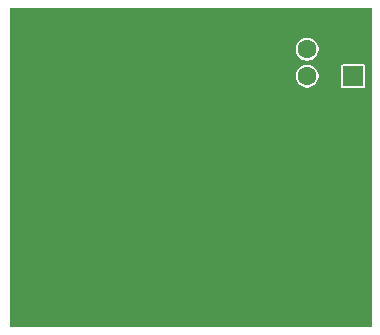
<source format=gbr>
%TF.GenerationSoftware,KiCad,Pcbnew,(5.1.8)-1*%
%TF.CreationDate,2020-12-30T02:41:06+02:00*%
%TF.ProjectId,LNA_434_MHz,4c4e415f-3433-4345-9f4d-487a2e6b6963,rev?*%
%TF.SameCoordinates,Original*%
%TF.FileFunction,Copper,L2,Bot*%
%TF.FilePolarity,Positive*%
%FSLAX46Y46*%
G04 Gerber Fmt 4.6, Leading zero omitted, Abs format (unit mm)*
G04 Created by KiCad (PCBNEW (5.1.8)-1) date 2020-12-30 02:41:06*
%MOMM*%
%LPD*%
G01*
G04 APERTURE LIST*
%TA.AperFunction,SMDPad,CuDef*%
%ADD10R,5.080000X1.500000*%
%TD*%
%TA.AperFunction,ComponentPad*%
%ADD11R,1.700000X1.700000*%
%TD*%
%TA.AperFunction,ComponentPad*%
%ADD12O,1.700000X1.700000*%
%TD*%
%TA.AperFunction,ViaPad*%
%ADD13C,0.800000*%
%TD*%
%TA.AperFunction,ViaPad*%
%ADD14C,1.600000*%
%TD*%
%TA.AperFunction,Conductor*%
%ADD15C,0.025400*%
%TD*%
%TA.AperFunction,Conductor*%
%ADD16C,0.100000*%
%TD*%
G04 APERTURE END LIST*
D10*
%TO.P,J3,2*%
%TO.N,GNDREF*%
X130675000Y-132425000D03*
X130675000Y-140925000D03*
%TD*%
%TO.P,J1,2*%
%TO.N,GNDREF*%
X105170000Y-128920000D03*
X105170000Y-137420000D03*
%TD*%
D11*
%TO.P,J2,1*%
%TO.N,Net-(C5-Pad1)*%
X131670000Y-122950000D03*
D12*
%TO.P,J2,2*%
%TO.N,GNDREF*%
X131670000Y-120410000D03*
%TD*%
D13*
%TO.N,GNDREF*%
X114690000Y-135750000D03*
X115690000Y-136700000D03*
X118000000Y-133200000D03*
X103670000Y-139010000D03*
X106620000Y-139010000D03*
X103630000Y-127320000D03*
X106580000Y-127320000D03*
X132050000Y-142550000D03*
X132050000Y-130820000D03*
X129100000Y-142550000D03*
D14*
X118200000Y-122570000D03*
D13*
X129100000Y-130800000D03*
X111100000Y-128525000D03*
X116050000Y-122400000D03*
X123200000Y-129500000D03*
X119000000Y-134150000D03*
X121625000Y-129500000D03*
X111100000Y-130125000D03*
X114025000Y-122375000D03*
X105125000Y-127325000D03*
X105150000Y-139025000D03*
X130625000Y-142550000D03*
X130600000Y-130825000D03*
D14*
%TO.N,Net-(C5-Pad1)*%
X127775000Y-122945000D03*
%TO.N,Net-(Q1-Pad2)*%
X127775000Y-120670000D03*
%TD*%
D15*
%TO.N,GNDREF*%
X133212300Y-144162300D02*
X102637700Y-144162300D01*
X102637700Y-122845258D01*
X126762300Y-122845258D01*
X126762300Y-123044742D01*
X126801218Y-123240394D01*
X126877557Y-123424693D01*
X126988385Y-123590559D01*
X127129441Y-123731615D01*
X127295307Y-123842443D01*
X127479606Y-123918782D01*
X127675258Y-123957700D01*
X127874742Y-123957700D01*
X128070394Y-123918782D01*
X128254693Y-123842443D01*
X128420559Y-123731615D01*
X128561615Y-123590559D01*
X128672443Y-123424693D01*
X128748782Y-123240394D01*
X128787700Y-123044742D01*
X128787700Y-122845258D01*
X128748782Y-122649606D01*
X128672443Y-122465307D01*
X128561615Y-122299441D01*
X128420559Y-122158385D01*
X128333180Y-122100000D01*
X130606271Y-122100000D01*
X130606271Y-123800000D01*
X130610378Y-123841696D01*
X130622540Y-123881791D01*
X130642291Y-123918741D01*
X130668871Y-123951129D01*
X130701259Y-123977709D01*
X130738209Y-123997460D01*
X130778304Y-124009622D01*
X130820000Y-124013729D01*
X132520000Y-124013729D01*
X132561696Y-124009622D01*
X132601791Y-123997460D01*
X132638741Y-123977709D01*
X132671129Y-123951129D01*
X132697709Y-123918741D01*
X132717460Y-123881791D01*
X132729622Y-123841696D01*
X132733729Y-123800000D01*
X132733729Y-122100000D01*
X132729622Y-122058304D01*
X132717460Y-122018209D01*
X132697709Y-121981259D01*
X132671129Y-121948871D01*
X132638741Y-121922291D01*
X132601791Y-121902540D01*
X132561696Y-121890378D01*
X132520000Y-121886271D01*
X130820000Y-121886271D01*
X130778304Y-121890378D01*
X130738209Y-121902540D01*
X130701259Y-121922291D01*
X130668871Y-121948871D01*
X130642291Y-121981259D01*
X130622540Y-122018209D01*
X130610378Y-122058304D01*
X130606271Y-122100000D01*
X128333180Y-122100000D01*
X128254693Y-122047557D01*
X128070394Y-121971218D01*
X127874742Y-121932300D01*
X127675258Y-121932300D01*
X127479606Y-121971218D01*
X127295307Y-122047557D01*
X127129441Y-122158385D01*
X126988385Y-122299441D01*
X126877557Y-122465307D01*
X126801218Y-122649606D01*
X126762300Y-122845258D01*
X102637700Y-122845258D01*
X102637700Y-120570258D01*
X126762300Y-120570258D01*
X126762300Y-120769742D01*
X126801218Y-120965394D01*
X126877557Y-121149693D01*
X126988385Y-121315559D01*
X127129441Y-121456615D01*
X127295307Y-121567443D01*
X127479606Y-121643782D01*
X127675258Y-121682700D01*
X127874742Y-121682700D01*
X128070394Y-121643782D01*
X128254693Y-121567443D01*
X128420559Y-121456615D01*
X128561615Y-121315559D01*
X128672443Y-121149693D01*
X128748782Y-120965394D01*
X128787700Y-120769742D01*
X128787700Y-120570258D01*
X128748782Y-120374606D01*
X128672443Y-120190307D01*
X128561615Y-120024441D01*
X128420559Y-119883385D01*
X128254693Y-119772557D01*
X128070394Y-119696218D01*
X127874742Y-119657300D01*
X127675258Y-119657300D01*
X127479606Y-119696218D01*
X127295307Y-119772557D01*
X127129441Y-119883385D01*
X126988385Y-120024441D01*
X126877557Y-120190307D01*
X126801218Y-120374606D01*
X126762300Y-120570258D01*
X102637700Y-120570258D01*
X102637700Y-117237700D01*
X133212301Y-117237700D01*
X133212300Y-144162300D01*
%TA.AperFunction,Conductor*%
D16*
G36*
X133212300Y-144162300D02*
G01*
X102637700Y-144162300D01*
X102637700Y-122845258D01*
X126762300Y-122845258D01*
X126762300Y-123044742D01*
X126801218Y-123240394D01*
X126877557Y-123424693D01*
X126988385Y-123590559D01*
X127129441Y-123731615D01*
X127295307Y-123842443D01*
X127479606Y-123918782D01*
X127675258Y-123957700D01*
X127874742Y-123957700D01*
X128070394Y-123918782D01*
X128254693Y-123842443D01*
X128420559Y-123731615D01*
X128561615Y-123590559D01*
X128672443Y-123424693D01*
X128748782Y-123240394D01*
X128787700Y-123044742D01*
X128787700Y-122845258D01*
X128748782Y-122649606D01*
X128672443Y-122465307D01*
X128561615Y-122299441D01*
X128420559Y-122158385D01*
X128333180Y-122100000D01*
X130606271Y-122100000D01*
X130606271Y-123800000D01*
X130610378Y-123841696D01*
X130622540Y-123881791D01*
X130642291Y-123918741D01*
X130668871Y-123951129D01*
X130701259Y-123977709D01*
X130738209Y-123997460D01*
X130778304Y-124009622D01*
X130820000Y-124013729D01*
X132520000Y-124013729D01*
X132561696Y-124009622D01*
X132601791Y-123997460D01*
X132638741Y-123977709D01*
X132671129Y-123951129D01*
X132697709Y-123918741D01*
X132717460Y-123881791D01*
X132729622Y-123841696D01*
X132733729Y-123800000D01*
X132733729Y-122100000D01*
X132729622Y-122058304D01*
X132717460Y-122018209D01*
X132697709Y-121981259D01*
X132671129Y-121948871D01*
X132638741Y-121922291D01*
X132601791Y-121902540D01*
X132561696Y-121890378D01*
X132520000Y-121886271D01*
X130820000Y-121886271D01*
X130778304Y-121890378D01*
X130738209Y-121902540D01*
X130701259Y-121922291D01*
X130668871Y-121948871D01*
X130642291Y-121981259D01*
X130622540Y-122018209D01*
X130610378Y-122058304D01*
X130606271Y-122100000D01*
X128333180Y-122100000D01*
X128254693Y-122047557D01*
X128070394Y-121971218D01*
X127874742Y-121932300D01*
X127675258Y-121932300D01*
X127479606Y-121971218D01*
X127295307Y-122047557D01*
X127129441Y-122158385D01*
X126988385Y-122299441D01*
X126877557Y-122465307D01*
X126801218Y-122649606D01*
X126762300Y-122845258D01*
X102637700Y-122845258D01*
X102637700Y-120570258D01*
X126762300Y-120570258D01*
X126762300Y-120769742D01*
X126801218Y-120965394D01*
X126877557Y-121149693D01*
X126988385Y-121315559D01*
X127129441Y-121456615D01*
X127295307Y-121567443D01*
X127479606Y-121643782D01*
X127675258Y-121682700D01*
X127874742Y-121682700D01*
X128070394Y-121643782D01*
X128254693Y-121567443D01*
X128420559Y-121456615D01*
X128561615Y-121315559D01*
X128672443Y-121149693D01*
X128748782Y-120965394D01*
X128787700Y-120769742D01*
X128787700Y-120570258D01*
X128748782Y-120374606D01*
X128672443Y-120190307D01*
X128561615Y-120024441D01*
X128420559Y-119883385D01*
X128254693Y-119772557D01*
X128070394Y-119696218D01*
X127874742Y-119657300D01*
X127675258Y-119657300D01*
X127479606Y-119696218D01*
X127295307Y-119772557D01*
X127129441Y-119883385D01*
X126988385Y-120024441D01*
X126877557Y-120190307D01*
X126801218Y-120374606D01*
X126762300Y-120570258D01*
X102637700Y-120570258D01*
X102637700Y-117237700D01*
X133212301Y-117237700D01*
X133212300Y-144162300D01*
G37*
%TD.AperFunction*%
%TD*%
M02*

</source>
